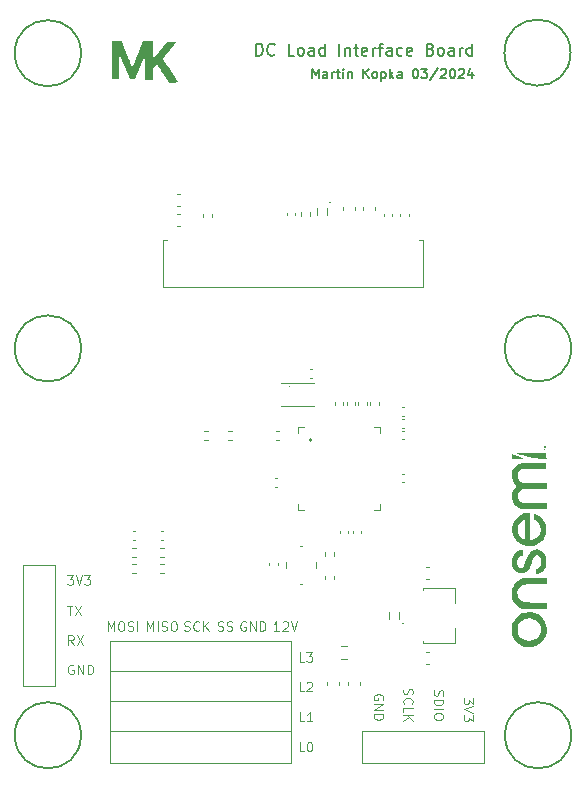
<source format=gbr>
%TF.GenerationSoftware,KiCad,Pcbnew,8.0.1*%
%TF.CreationDate,2024-04-03T11:04:11+02:00*%
%TF.ProjectId,dcload-interface-board,64636c6f-6164-42d6-996e-746572666163,rev?*%
%TF.SameCoordinates,Original*%
%TF.FileFunction,Legend,Top*%
%TF.FilePolarity,Positive*%
%FSLAX46Y46*%
G04 Gerber Fmt 4.6, Leading zero omitted, Abs format (unit mm)*
G04 Created by KiCad (PCBNEW 8.0.1) date 2024-04-03 11:04:11*
%MOMM*%
%LPD*%
G01*
G04 APERTURE LIST*
%ADD10C,0.150000*%
%ADD11C,0.120000*%
%ADD12C,0.160000*%
%ADD13C,0.000000*%
%ADD14C,0.100000*%
G04 APERTURE END LIST*
D10*
X106050000Y-53250000D02*
G75*
G02*
X100450000Y-53250000I-2800000J0D01*
G01*
X100450000Y-53250000D02*
G75*
G02*
X106050000Y-53250000I2800000J0D01*
G01*
X106050000Y-78250000D02*
G75*
G02*
X100450000Y-78250000I-2800000J0D01*
G01*
X100450000Y-78250000D02*
G75*
G02*
X106050000Y-78250000I2800000J0D01*
G01*
X106050000Y-111000000D02*
G75*
G02*
X100450000Y-111000000I-2800000J0D01*
G01*
X100450000Y-111000000D02*
G75*
G02*
X106050000Y-111000000I2800000J0D01*
G01*
X147550000Y-78250000D02*
G75*
G02*
X141950000Y-78250000I-2800000J0D01*
G01*
X141950000Y-78250000D02*
G75*
G02*
X147550000Y-78250000I2800000J0D01*
G01*
X147550000Y-111000000D02*
G75*
G02*
X141950000Y-111000000I-2800000J0D01*
G01*
X141950000Y-111000000D02*
G75*
G02*
X147550000Y-111000000I2800000J0D01*
G01*
X147500000Y-53200000D02*
G75*
G02*
X141900000Y-53200000I-2800000J0D01*
G01*
X141900000Y-53200000D02*
G75*
G02*
X147500000Y-53200000I2800000J0D01*
G01*
X120877503Y-53454819D02*
X120877503Y-52454819D01*
X120877503Y-52454819D02*
X121115598Y-52454819D01*
X121115598Y-52454819D02*
X121258455Y-52502438D01*
X121258455Y-52502438D02*
X121353693Y-52597676D01*
X121353693Y-52597676D02*
X121401312Y-52692914D01*
X121401312Y-52692914D02*
X121448931Y-52883390D01*
X121448931Y-52883390D02*
X121448931Y-53026247D01*
X121448931Y-53026247D02*
X121401312Y-53216723D01*
X121401312Y-53216723D02*
X121353693Y-53311961D01*
X121353693Y-53311961D02*
X121258455Y-53407200D01*
X121258455Y-53407200D02*
X121115598Y-53454819D01*
X121115598Y-53454819D02*
X120877503Y-53454819D01*
X122448931Y-53359580D02*
X122401312Y-53407200D01*
X122401312Y-53407200D02*
X122258455Y-53454819D01*
X122258455Y-53454819D02*
X122163217Y-53454819D01*
X122163217Y-53454819D02*
X122020360Y-53407200D01*
X122020360Y-53407200D02*
X121925122Y-53311961D01*
X121925122Y-53311961D02*
X121877503Y-53216723D01*
X121877503Y-53216723D02*
X121829884Y-53026247D01*
X121829884Y-53026247D02*
X121829884Y-52883390D01*
X121829884Y-52883390D02*
X121877503Y-52692914D01*
X121877503Y-52692914D02*
X121925122Y-52597676D01*
X121925122Y-52597676D02*
X122020360Y-52502438D01*
X122020360Y-52502438D02*
X122163217Y-52454819D01*
X122163217Y-52454819D02*
X122258455Y-52454819D01*
X122258455Y-52454819D02*
X122401312Y-52502438D01*
X122401312Y-52502438D02*
X122448931Y-52550057D01*
X124115598Y-53454819D02*
X123639408Y-53454819D01*
X123639408Y-53454819D02*
X123639408Y-52454819D01*
X124591789Y-53454819D02*
X124496551Y-53407200D01*
X124496551Y-53407200D02*
X124448932Y-53359580D01*
X124448932Y-53359580D02*
X124401313Y-53264342D01*
X124401313Y-53264342D02*
X124401313Y-52978628D01*
X124401313Y-52978628D02*
X124448932Y-52883390D01*
X124448932Y-52883390D02*
X124496551Y-52835771D01*
X124496551Y-52835771D02*
X124591789Y-52788152D01*
X124591789Y-52788152D02*
X124734646Y-52788152D01*
X124734646Y-52788152D02*
X124829884Y-52835771D01*
X124829884Y-52835771D02*
X124877503Y-52883390D01*
X124877503Y-52883390D02*
X124925122Y-52978628D01*
X124925122Y-52978628D02*
X124925122Y-53264342D01*
X124925122Y-53264342D02*
X124877503Y-53359580D01*
X124877503Y-53359580D02*
X124829884Y-53407200D01*
X124829884Y-53407200D02*
X124734646Y-53454819D01*
X124734646Y-53454819D02*
X124591789Y-53454819D01*
X125782265Y-53454819D02*
X125782265Y-52931009D01*
X125782265Y-52931009D02*
X125734646Y-52835771D01*
X125734646Y-52835771D02*
X125639408Y-52788152D01*
X125639408Y-52788152D02*
X125448932Y-52788152D01*
X125448932Y-52788152D02*
X125353694Y-52835771D01*
X125782265Y-53407200D02*
X125687027Y-53454819D01*
X125687027Y-53454819D02*
X125448932Y-53454819D01*
X125448932Y-53454819D02*
X125353694Y-53407200D01*
X125353694Y-53407200D02*
X125306075Y-53311961D01*
X125306075Y-53311961D02*
X125306075Y-53216723D01*
X125306075Y-53216723D02*
X125353694Y-53121485D01*
X125353694Y-53121485D02*
X125448932Y-53073866D01*
X125448932Y-53073866D02*
X125687027Y-53073866D01*
X125687027Y-53073866D02*
X125782265Y-53026247D01*
X126687027Y-53454819D02*
X126687027Y-52454819D01*
X126687027Y-53407200D02*
X126591789Y-53454819D01*
X126591789Y-53454819D02*
X126401313Y-53454819D01*
X126401313Y-53454819D02*
X126306075Y-53407200D01*
X126306075Y-53407200D02*
X126258456Y-53359580D01*
X126258456Y-53359580D02*
X126210837Y-53264342D01*
X126210837Y-53264342D02*
X126210837Y-52978628D01*
X126210837Y-52978628D02*
X126258456Y-52883390D01*
X126258456Y-52883390D02*
X126306075Y-52835771D01*
X126306075Y-52835771D02*
X126401313Y-52788152D01*
X126401313Y-52788152D02*
X126591789Y-52788152D01*
X126591789Y-52788152D02*
X126687027Y-52835771D01*
X127925123Y-53454819D02*
X127925123Y-52454819D01*
X128401313Y-52788152D02*
X128401313Y-53454819D01*
X128401313Y-52883390D02*
X128448932Y-52835771D01*
X128448932Y-52835771D02*
X128544170Y-52788152D01*
X128544170Y-52788152D02*
X128687027Y-52788152D01*
X128687027Y-52788152D02*
X128782265Y-52835771D01*
X128782265Y-52835771D02*
X128829884Y-52931009D01*
X128829884Y-52931009D02*
X128829884Y-53454819D01*
X129163218Y-52788152D02*
X129544170Y-52788152D01*
X129306075Y-52454819D02*
X129306075Y-53311961D01*
X129306075Y-53311961D02*
X129353694Y-53407200D01*
X129353694Y-53407200D02*
X129448932Y-53454819D01*
X129448932Y-53454819D02*
X129544170Y-53454819D01*
X130258456Y-53407200D02*
X130163218Y-53454819D01*
X130163218Y-53454819D02*
X129972742Y-53454819D01*
X129972742Y-53454819D02*
X129877504Y-53407200D01*
X129877504Y-53407200D02*
X129829885Y-53311961D01*
X129829885Y-53311961D02*
X129829885Y-52931009D01*
X129829885Y-52931009D02*
X129877504Y-52835771D01*
X129877504Y-52835771D02*
X129972742Y-52788152D01*
X129972742Y-52788152D02*
X130163218Y-52788152D01*
X130163218Y-52788152D02*
X130258456Y-52835771D01*
X130258456Y-52835771D02*
X130306075Y-52931009D01*
X130306075Y-52931009D02*
X130306075Y-53026247D01*
X130306075Y-53026247D02*
X129829885Y-53121485D01*
X130734647Y-53454819D02*
X130734647Y-52788152D01*
X130734647Y-52978628D02*
X130782266Y-52883390D01*
X130782266Y-52883390D02*
X130829885Y-52835771D01*
X130829885Y-52835771D02*
X130925123Y-52788152D01*
X130925123Y-52788152D02*
X131020361Y-52788152D01*
X131210838Y-52788152D02*
X131591790Y-52788152D01*
X131353695Y-53454819D02*
X131353695Y-52597676D01*
X131353695Y-52597676D02*
X131401314Y-52502438D01*
X131401314Y-52502438D02*
X131496552Y-52454819D01*
X131496552Y-52454819D02*
X131591790Y-52454819D01*
X132353695Y-53454819D02*
X132353695Y-52931009D01*
X132353695Y-52931009D02*
X132306076Y-52835771D01*
X132306076Y-52835771D02*
X132210838Y-52788152D01*
X132210838Y-52788152D02*
X132020362Y-52788152D01*
X132020362Y-52788152D02*
X131925124Y-52835771D01*
X132353695Y-53407200D02*
X132258457Y-53454819D01*
X132258457Y-53454819D02*
X132020362Y-53454819D01*
X132020362Y-53454819D02*
X131925124Y-53407200D01*
X131925124Y-53407200D02*
X131877505Y-53311961D01*
X131877505Y-53311961D02*
X131877505Y-53216723D01*
X131877505Y-53216723D02*
X131925124Y-53121485D01*
X131925124Y-53121485D02*
X132020362Y-53073866D01*
X132020362Y-53073866D02*
X132258457Y-53073866D01*
X132258457Y-53073866D02*
X132353695Y-53026247D01*
X133258457Y-53407200D02*
X133163219Y-53454819D01*
X133163219Y-53454819D02*
X132972743Y-53454819D01*
X132972743Y-53454819D02*
X132877505Y-53407200D01*
X132877505Y-53407200D02*
X132829886Y-53359580D01*
X132829886Y-53359580D02*
X132782267Y-53264342D01*
X132782267Y-53264342D02*
X132782267Y-52978628D01*
X132782267Y-52978628D02*
X132829886Y-52883390D01*
X132829886Y-52883390D02*
X132877505Y-52835771D01*
X132877505Y-52835771D02*
X132972743Y-52788152D01*
X132972743Y-52788152D02*
X133163219Y-52788152D01*
X133163219Y-52788152D02*
X133258457Y-52835771D01*
X134067981Y-53407200D02*
X133972743Y-53454819D01*
X133972743Y-53454819D02*
X133782267Y-53454819D01*
X133782267Y-53454819D02*
X133687029Y-53407200D01*
X133687029Y-53407200D02*
X133639410Y-53311961D01*
X133639410Y-53311961D02*
X133639410Y-52931009D01*
X133639410Y-52931009D02*
X133687029Y-52835771D01*
X133687029Y-52835771D02*
X133782267Y-52788152D01*
X133782267Y-52788152D02*
X133972743Y-52788152D01*
X133972743Y-52788152D02*
X134067981Y-52835771D01*
X134067981Y-52835771D02*
X134115600Y-52931009D01*
X134115600Y-52931009D02*
X134115600Y-53026247D01*
X134115600Y-53026247D02*
X133639410Y-53121485D01*
X135639410Y-52931009D02*
X135782267Y-52978628D01*
X135782267Y-52978628D02*
X135829886Y-53026247D01*
X135829886Y-53026247D02*
X135877505Y-53121485D01*
X135877505Y-53121485D02*
X135877505Y-53264342D01*
X135877505Y-53264342D02*
X135829886Y-53359580D01*
X135829886Y-53359580D02*
X135782267Y-53407200D01*
X135782267Y-53407200D02*
X135687029Y-53454819D01*
X135687029Y-53454819D02*
X135306077Y-53454819D01*
X135306077Y-53454819D02*
X135306077Y-52454819D01*
X135306077Y-52454819D02*
X135639410Y-52454819D01*
X135639410Y-52454819D02*
X135734648Y-52502438D01*
X135734648Y-52502438D02*
X135782267Y-52550057D01*
X135782267Y-52550057D02*
X135829886Y-52645295D01*
X135829886Y-52645295D02*
X135829886Y-52740533D01*
X135829886Y-52740533D02*
X135782267Y-52835771D01*
X135782267Y-52835771D02*
X135734648Y-52883390D01*
X135734648Y-52883390D02*
X135639410Y-52931009D01*
X135639410Y-52931009D02*
X135306077Y-52931009D01*
X136448934Y-53454819D02*
X136353696Y-53407200D01*
X136353696Y-53407200D02*
X136306077Y-53359580D01*
X136306077Y-53359580D02*
X136258458Y-53264342D01*
X136258458Y-53264342D02*
X136258458Y-52978628D01*
X136258458Y-52978628D02*
X136306077Y-52883390D01*
X136306077Y-52883390D02*
X136353696Y-52835771D01*
X136353696Y-52835771D02*
X136448934Y-52788152D01*
X136448934Y-52788152D02*
X136591791Y-52788152D01*
X136591791Y-52788152D02*
X136687029Y-52835771D01*
X136687029Y-52835771D02*
X136734648Y-52883390D01*
X136734648Y-52883390D02*
X136782267Y-52978628D01*
X136782267Y-52978628D02*
X136782267Y-53264342D01*
X136782267Y-53264342D02*
X136734648Y-53359580D01*
X136734648Y-53359580D02*
X136687029Y-53407200D01*
X136687029Y-53407200D02*
X136591791Y-53454819D01*
X136591791Y-53454819D02*
X136448934Y-53454819D01*
X137639410Y-53454819D02*
X137639410Y-52931009D01*
X137639410Y-52931009D02*
X137591791Y-52835771D01*
X137591791Y-52835771D02*
X137496553Y-52788152D01*
X137496553Y-52788152D02*
X137306077Y-52788152D01*
X137306077Y-52788152D02*
X137210839Y-52835771D01*
X137639410Y-53407200D02*
X137544172Y-53454819D01*
X137544172Y-53454819D02*
X137306077Y-53454819D01*
X137306077Y-53454819D02*
X137210839Y-53407200D01*
X137210839Y-53407200D02*
X137163220Y-53311961D01*
X137163220Y-53311961D02*
X137163220Y-53216723D01*
X137163220Y-53216723D02*
X137210839Y-53121485D01*
X137210839Y-53121485D02*
X137306077Y-53073866D01*
X137306077Y-53073866D02*
X137544172Y-53073866D01*
X137544172Y-53073866D02*
X137639410Y-53026247D01*
X138115601Y-53454819D02*
X138115601Y-52788152D01*
X138115601Y-52978628D02*
X138163220Y-52883390D01*
X138163220Y-52883390D02*
X138210839Y-52835771D01*
X138210839Y-52835771D02*
X138306077Y-52788152D01*
X138306077Y-52788152D02*
X138401315Y-52788152D01*
X139163220Y-53454819D02*
X139163220Y-52454819D01*
X139163220Y-53407200D02*
X139067982Y-53454819D01*
X139067982Y-53454819D02*
X138877506Y-53454819D01*
X138877506Y-53454819D02*
X138782268Y-53407200D01*
X138782268Y-53407200D02*
X138734649Y-53359580D01*
X138734649Y-53359580D02*
X138687030Y-53264342D01*
X138687030Y-53264342D02*
X138687030Y-52978628D01*
X138687030Y-52978628D02*
X138734649Y-52883390D01*
X138734649Y-52883390D02*
X138782268Y-52835771D01*
X138782268Y-52835771D02*
X138877506Y-52788152D01*
X138877506Y-52788152D02*
X139067982Y-52788152D01*
X139067982Y-52788152D02*
X139163220Y-52835771D01*
D11*
X104893232Y-97443855D02*
X105388470Y-97443855D01*
X105388470Y-97443855D02*
X105121804Y-97748617D01*
X105121804Y-97748617D02*
X105236089Y-97748617D01*
X105236089Y-97748617D02*
X105312280Y-97786712D01*
X105312280Y-97786712D02*
X105350375Y-97824807D01*
X105350375Y-97824807D02*
X105388470Y-97900998D01*
X105388470Y-97900998D02*
X105388470Y-98091474D01*
X105388470Y-98091474D02*
X105350375Y-98167664D01*
X105350375Y-98167664D02*
X105312280Y-98205760D01*
X105312280Y-98205760D02*
X105236089Y-98243855D01*
X105236089Y-98243855D02*
X105007518Y-98243855D01*
X105007518Y-98243855D02*
X104931327Y-98205760D01*
X104931327Y-98205760D02*
X104893232Y-98167664D01*
X105617042Y-97443855D02*
X105883709Y-98243855D01*
X105883709Y-98243855D02*
X106150375Y-97443855D01*
X106340851Y-97443855D02*
X106836089Y-97443855D01*
X106836089Y-97443855D02*
X106569423Y-97748617D01*
X106569423Y-97748617D02*
X106683708Y-97748617D01*
X106683708Y-97748617D02*
X106759899Y-97786712D01*
X106759899Y-97786712D02*
X106797994Y-97824807D01*
X106797994Y-97824807D02*
X106836089Y-97900998D01*
X106836089Y-97900998D02*
X106836089Y-98091474D01*
X106836089Y-98091474D02*
X106797994Y-98167664D01*
X106797994Y-98167664D02*
X106759899Y-98205760D01*
X106759899Y-98205760D02*
X106683708Y-98243855D01*
X106683708Y-98243855D02*
X106455137Y-98243855D01*
X106455137Y-98243855D02*
X106378946Y-98205760D01*
X106378946Y-98205760D02*
X106340851Y-98167664D01*
X105388470Y-105081950D02*
X105312280Y-105043855D01*
X105312280Y-105043855D02*
X105197994Y-105043855D01*
X105197994Y-105043855D02*
X105083708Y-105081950D01*
X105083708Y-105081950D02*
X105007518Y-105158140D01*
X105007518Y-105158140D02*
X104969423Y-105234331D01*
X104969423Y-105234331D02*
X104931327Y-105386712D01*
X104931327Y-105386712D02*
X104931327Y-105500998D01*
X104931327Y-105500998D02*
X104969423Y-105653379D01*
X104969423Y-105653379D02*
X105007518Y-105729569D01*
X105007518Y-105729569D02*
X105083708Y-105805760D01*
X105083708Y-105805760D02*
X105197994Y-105843855D01*
X105197994Y-105843855D02*
X105274185Y-105843855D01*
X105274185Y-105843855D02*
X105388470Y-105805760D01*
X105388470Y-105805760D02*
X105426566Y-105767664D01*
X105426566Y-105767664D02*
X105426566Y-105500998D01*
X105426566Y-105500998D02*
X105274185Y-105500998D01*
X105769423Y-105843855D02*
X105769423Y-105043855D01*
X105769423Y-105043855D02*
X106226566Y-105843855D01*
X106226566Y-105843855D02*
X106226566Y-105043855D01*
X106607518Y-105843855D02*
X106607518Y-105043855D01*
X106607518Y-105043855D02*
X106797994Y-105043855D01*
X106797994Y-105043855D02*
X106912280Y-105081950D01*
X106912280Y-105081950D02*
X106988470Y-105158140D01*
X106988470Y-105158140D02*
X107026565Y-105234331D01*
X107026565Y-105234331D02*
X107064661Y-105386712D01*
X107064661Y-105386712D02*
X107064661Y-105500998D01*
X107064661Y-105500998D02*
X107026565Y-105653379D01*
X107026565Y-105653379D02*
X106988470Y-105729569D01*
X106988470Y-105729569D02*
X106912280Y-105805760D01*
X106912280Y-105805760D02*
X106797994Y-105843855D01*
X106797994Y-105843855D02*
X106607518Y-105843855D01*
X111616291Y-102163855D02*
X111616291Y-101363855D01*
X111616291Y-101363855D02*
X111882957Y-101935283D01*
X111882957Y-101935283D02*
X112149624Y-101363855D01*
X112149624Y-101363855D02*
X112149624Y-102163855D01*
X112530577Y-102163855D02*
X112530577Y-101363855D01*
X112873433Y-102125760D02*
X112987719Y-102163855D01*
X112987719Y-102163855D02*
X113178195Y-102163855D01*
X113178195Y-102163855D02*
X113254386Y-102125760D01*
X113254386Y-102125760D02*
X113292481Y-102087664D01*
X113292481Y-102087664D02*
X113330576Y-102011474D01*
X113330576Y-102011474D02*
X113330576Y-101935283D01*
X113330576Y-101935283D02*
X113292481Y-101859093D01*
X113292481Y-101859093D02*
X113254386Y-101820998D01*
X113254386Y-101820998D02*
X113178195Y-101782902D01*
X113178195Y-101782902D02*
X113025814Y-101744807D01*
X113025814Y-101744807D02*
X112949624Y-101706712D01*
X112949624Y-101706712D02*
X112911529Y-101668617D01*
X112911529Y-101668617D02*
X112873433Y-101592426D01*
X112873433Y-101592426D02*
X112873433Y-101516236D01*
X112873433Y-101516236D02*
X112911529Y-101440045D01*
X112911529Y-101440045D02*
X112949624Y-101401950D01*
X112949624Y-101401950D02*
X113025814Y-101363855D01*
X113025814Y-101363855D02*
X113216291Y-101363855D01*
X113216291Y-101363855D02*
X113330576Y-101401950D01*
X113825815Y-101363855D02*
X113978196Y-101363855D01*
X113978196Y-101363855D02*
X114054386Y-101401950D01*
X114054386Y-101401950D02*
X114130577Y-101478140D01*
X114130577Y-101478140D02*
X114168672Y-101630521D01*
X114168672Y-101630521D02*
X114168672Y-101897188D01*
X114168672Y-101897188D02*
X114130577Y-102049569D01*
X114130577Y-102049569D02*
X114054386Y-102125760D01*
X114054386Y-102125760D02*
X113978196Y-102163855D01*
X113978196Y-102163855D02*
X113825815Y-102163855D01*
X113825815Y-102163855D02*
X113749624Y-102125760D01*
X113749624Y-102125760D02*
X113673434Y-102049569D01*
X113673434Y-102049569D02*
X113635338Y-101897188D01*
X113635338Y-101897188D02*
X113635338Y-101630521D01*
X113635338Y-101630521D02*
X113673434Y-101478140D01*
X113673434Y-101478140D02*
X113749624Y-101401950D01*
X113749624Y-101401950D02*
X113825815Y-101363855D01*
X131598049Y-107992481D02*
X131636144Y-107916291D01*
X131636144Y-107916291D02*
X131636144Y-107802005D01*
X131636144Y-107802005D02*
X131598049Y-107687719D01*
X131598049Y-107687719D02*
X131521859Y-107611529D01*
X131521859Y-107611529D02*
X131445668Y-107573434D01*
X131445668Y-107573434D02*
X131293287Y-107535338D01*
X131293287Y-107535338D02*
X131179001Y-107535338D01*
X131179001Y-107535338D02*
X131026620Y-107573434D01*
X131026620Y-107573434D02*
X130950430Y-107611529D01*
X130950430Y-107611529D02*
X130874240Y-107687719D01*
X130874240Y-107687719D02*
X130836144Y-107802005D01*
X130836144Y-107802005D02*
X130836144Y-107878196D01*
X130836144Y-107878196D02*
X130874240Y-107992481D01*
X130874240Y-107992481D02*
X130912335Y-108030577D01*
X130912335Y-108030577D02*
X131179001Y-108030577D01*
X131179001Y-108030577D02*
X131179001Y-107878196D01*
X130836144Y-108373434D02*
X131636144Y-108373434D01*
X131636144Y-108373434D02*
X130836144Y-108830577D01*
X130836144Y-108830577D02*
X131636144Y-108830577D01*
X130836144Y-109211529D02*
X131636144Y-109211529D01*
X131636144Y-109211529D02*
X131636144Y-109402005D01*
X131636144Y-109402005D02*
X131598049Y-109516291D01*
X131598049Y-109516291D02*
X131521859Y-109592481D01*
X131521859Y-109592481D02*
X131445668Y-109630576D01*
X131445668Y-109630576D02*
X131293287Y-109668672D01*
X131293287Y-109668672D02*
X131179001Y-109668672D01*
X131179001Y-109668672D02*
X131026620Y-109630576D01*
X131026620Y-109630576D02*
X130950430Y-109592481D01*
X130950430Y-109592481D02*
X130874240Y-109516291D01*
X130874240Y-109516291D02*
X130836144Y-109402005D01*
X130836144Y-109402005D02*
X130836144Y-109211529D01*
X108316291Y-102163855D02*
X108316291Y-101363855D01*
X108316291Y-101363855D02*
X108582957Y-101935283D01*
X108582957Y-101935283D02*
X108849624Y-101363855D01*
X108849624Y-101363855D02*
X108849624Y-102163855D01*
X109382958Y-101363855D02*
X109535339Y-101363855D01*
X109535339Y-101363855D02*
X109611529Y-101401950D01*
X109611529Y-101401950D02*
X109687720Y-101478140D01*
X109687720Y-101478140D02*
X109725815Y-101630521D01*
X109725815Y-101630521D02*
X109725815Y-101897188D01*
X109725815Y-101897188D02*
X109687720Y-102049569D01*
X109687720Y-102049569D02*
X109611529Y-102125760D01*
X109611529Y-102125760D02*
X109535339Y-102163855D01*
X109535339Y-102163855D02*
X109382958Y-102163855D01*
X109382958Y-102163855D02*
X109306767Y-102125760D01*
X109306767Y-102125760D02*
X109230577Y-102049569D01*
X109230577Y-102049569D02*
X109192481Y-101897188D01*
X109192481Y-101897188D02*
X109192481Y-101630521D01*
X109192481Y-101630521D02*
X109230577Y-101478140D01*
X109230577Y-101478140D02*
X109306767Y-101401950D01*
X109306767Y-101401950D02*
X109382958Y-101363855D01*
X110030576Y-102125760D02*
X110144862Y-102163855D01*
X110144862Y-102163855D02*
X110335338Y-102163855D01*
X110335338Y-102163855D02*
X110411529Y-102125760D01*
X110411529Y-102125760D02*
X110449624Y-102087664D01*
X110449624Y-102087664D02*
X110487719Y-102011474D01*
X110487719Y-102011474D02*
X110487719Y-101935283D01*
X110487719Y-101935283D02*
X110449624Y-101859093D01*
X110449624Y-101859093D02*
X110411529Y-101820998D01*
X110411529Y-101820998D02*
X110335338Y-101782902D01*
X110335338Y-101782902D02*
X110182957Y-101744807D01*
X110182957Y-101744807D02*
X110106767Y-101706712D01*
X110106767Y-101706712D02*
X110068672Y-101668617D01*
X110068672Y-101668617D02*
X110030576Y-101592426D01*
X110030576Y-101592426D02*
X110030576Y-101516236D01*
X110030576Y-101516236D02*
X110068672Y-101440045D01*
X110068672Y-101440045D02*
X110106767Y-101401950D01*
X110106767Y-101401950D02*
X110182957Y-101363855D01*
X110182957Y-101363855D02*
X110373434Y-101363855D01*
X110373434Y-101363855D02*
X110487719Y-101401950D01*
X110830577Y-102163855D02*
X110830577Y-101363855D01*
X135974240Y-107192481D02*
X135936144Y-107306767D01*
X135936144Y-107306767D02*
X135936144Y-107497243D01*
X135936144Y-107497243D02*
X135974240Y-107573434D01*
X135974240Y-107573434D02*
X136012335Y-107611529D01*
X136012335Y-107611529D02*
X136088525Y-107649624D01*
X136088525Y-107649624D02*
X136164716Y-107649624D01*
X136164716Y-107649624D02*
X136240906Y-107611529D01*
X136240906Y-107611529D02*
X136279001Y-107573434D01*
X136279001Y-107573434D02*
X136317097Y-107497243D01*
X136317097Y-107497243D02*
X136355192Y-107344862D01*
X136355192Y-107344862D02*
X136393287Y-107268672D01*
X136393287Y-107268672D02*
X136431382Y-107230577D01*
X136431382Y-107230577D02*
X136507573Y-107192481D01*
X136507573Y-107192481D02*
X136583763Y-107192481D01*
X136583763Y-107192481D02*
X136659954Y-107230577D01*
X136659954Y-107230577D02*
X136698049Y-107268672D01*
X136698049Y-107268672D02*
X136736144Y-107344862D01*
X136736144Y-107344862D02*
X136736144Y-107535339D01*
X136736144Y-107535339D02*
X136698049Y-107649624D01*
X135936144Y-107992482D02*
X136736144Y-107992482D01*
X136736144Y-107992482D02*
X136736144Y-108182958D01*
X136736144Y-108182958D02*
X136698049Y-108297244D01*
X136698049Y-108297244D02*
X136621859Y-108373434D01*
X136621859Y-108373434D02*
X136545668Y-108411529D01*
X136545668Y-108411529D02*
X136393287Y-108449625D01*
X136393287Y-108449625D02*
X136279001Y-108449625D01*
X136279001Y-108449625D02*
X136126620Y-108411529D01*
X136126620Y-108411529D02*
X136050430Y-108373434D01*
X136050430Y-108373434D02*
X135974240Y-108297244D01*
X135974240Y-108297244D02*
X135936144Y-108182958D01*
X135936144Y-108182958D02*
X135936144Y-107992482D01*
X135936144Y-108792482D02*
X136736144Y-108792482D01*
X136736144Y-109325815D02*
X136736144Y-109478196D01*
X136736144Y-109478196D02*
X136698049Y-109554386D01*
X136698049Y-109554386D02*
X136621859Y-109630577D01*
X136621859Y-109630577D02*
X136469478Y-109668672D01*
X136469478Y-109668672D02*
X136202811Y-109668672D01*
X136202811Y-109668672D02*
X136050430Y-109630577D01*
X136050430Y-109630577D02*
X135974240Y-109554386D01*
X135974240Y-109554386D02*
X135936144Y-109478196D01*
X135936144Y-109478196D02*
X135936144Y-109325815D01*
X135936144Y-109325815D02*
X135974240Y-109249624D01*
X135974240Y-109249624D02*
X136050430Y-109173434D01*
X136050430Y-109173434D02*
X136202811Y-109135338D01*
X136202811Y-109135338D02*
X136469478Y-109135338D01*
X136469478Y-109135338D02*
X136621859Y-109173434D01*
X136621859Y-109173434D02*
X136698049Y-109249624D01*
X136698049Y-109249624D02*
X136736144Y-109325815D01*
X119992481Y-101401950D02*
X119916291Y-101363855D01*
X119916291Y-101363855D02*
X119802005Y-101363855D01*
X119802005Y-101363855D02*
X119687719Y-101401950D01*
X119687719Y-101401950D02*
X119611529Y-101478140D01*
X119611529Y-101478140D02*
X119573434Y-101554331D01*
X119573434Y-101554331D02*
X119535338Y-101706712D01*
X119535338Y-101706712D02*
X119535338Y-101820998D01*
X119535338Y-101820998D02*
X119573434Y-101973379D01*
X119573434Y-101973379D02*
X119611529Y-102049569D01*
X119611529Y-102049569D02*
X119687719Y-102125760D01*
X119687719Y-102125760D02*
X119802005Y-102163855D01*
X119802005Y-102163855D02*
X119878196Y-102163855D01*
X119878196Y-102163855D02*
X119992481Y-102125760D01*
X119992481Y-102125760D02*
X120030577Y-102087664D01*
X120030577Y-102087664D02*
X120030577Y-101820998D01*
X120030577Y-101820998D02*
X119878196Y-101820998D01*
X120373434Y-102163855D02*
X120373434Y-101363855D01*
X120373434Y-101363855D02*
X120830577Y-102163855D01*
X120830577Y-102163855D02*
X120830577Y-101363855D01*
X121211529Y-102163855D02*
X121211529Y-101363855D01*
X121211529Y-101363855D02*
X121402005Y-101363855D01*
X121402005Y-101363855D02*
X121516291Y-101401950D01*
X121516291Y-101401950D02*
X121592481Y-101478140D01*
X121592481Y-101478140D02*
X121630576Y-101554331D01*
X121630576Y-101554331D02*
X121668672Y-101706712D01*
X121668672Y-101706712D02*
X121668672Y-101820998D01*
X121668672Y-101820998D02*
X121630576Y-101973379D01*
X121630576Y-101973379D02*
X121592481Y-102049569D01*
X121592481Y-102049569D02*
X121516291Y-102125760D01*
X121516291Y-102125760D02*
X121402005Y-102163855D01*
X121402005Y-102163855D02*
X121211529Y-102163855D01*
X124950375Y-107263855D02*
X124569423Y-107263855D01*
X124569423Y-107263855D02*
X124569423Y-106463855D01*
X125178946Y-106540045D02*
X125217042Y-106501950D01*
X125217042Y-106501950D02*
X125293232Y-106463855D01*
X125293232Y-106463855D02*
X125483708Y-106463855D01*
X125483708Y-106463855D02*
X125559899Y-106501950D01*
X125559899Y-106501950D02*
X125597994Y-106540045D01*
X125597994Y-106540045D02*
X125636089Y-106616236D01*
X125636089Y-106616236D02*
X125636089Y-106692426D01*
X125636089Y-106692426D02*
X125597994Y-106806712D01*
X125597994Y-106806712D02*
X125140851Y-107263855D01*
X125140851Y-107263855D02*
X125636089Y-107263855D01*
X105426566Y-103343855D02*
X105159899Y-102962902D01*
X104969423Y-103343855D02*
X104969423Y-102543855D01*
X104969423Y-102543855D02*
X105274185Y-102543855D01*
X105274185Y-102543855D02*
X105350375Y-102581950D01*
X105350375Y-102581950D02*
X105388470Y-102620045D01*
X105388470Y-102620045D02*
X105426566Y-102696236D01*
X105426566Y-102696236D02*
X105426566Y-102810521D01*
X105426566Y-102810521D02*
X105388470Y-102886712D01*
X105388470Y-102886712D02*
X105350375Y-102924807D01*
X105350375Y-102924807D02*
X105274185Y-102962902D01*
X105274185Y-102962902D02*
X104969423Y-102962902D01*
X105693232Y-102543855D02*
X106226566Y-103343855D01*
X106226566Y-102543855D02*
X105693232Y-103343855D01*
X139236144Y-107825814D02*
X139236144Y-108321052D01*
X139236144Y-108321052D02*
X138931382Y-108054386D01*
X138931382Y-108054386D02*
X138931382Y-108168671D01*
X138931382Y-108168671D02*
X138893287Y-108244862D01*
X138893287Y-108244862D02*
X138855192Y-108282957D01*
X138855192Y-108282957D02*
X138779001Y-108321052D01*
X138779001Y-108321052D02*
X138588525Y-108321052D01*
X138588525Y-108321052D02*
X138512335Y-108282957D01*
X138512335Y-108282957D02*
X138474240Y-108244862D01*
X138474240Y-108244862D02*
X138436144Y-108168671D01*
X138436144Y-108168671D02*
X138436144Y-107940100D01*
X138436144Y-107940100D02*
X138474240Y-107863909D01*
X138474240Y-107863909D02*
X138512335Y-107825814D01*
X139236144Y-108549624D02*
X138436144Y-108816291D01*
X138436144Y-108816291D02*
X139236144Y-109082957D01*
X139236144Y-109273433D02*
X139236144Y-109768671D01*
X139236144Y-109768671D02*
X138931382Y-109502005D01*
X138931382Y-109502005D02*
X138931382Y-109616290D01*
X138931382Y-109616290D02*
X138893287Y-109692481D01*
X138893287Y-109692481D02*
X138855192Y-109730576D01*
X138855192Y-109730576D02*
X138779001Y-109768671D01*
X138779001Y-109768671D02*
X138588525Y-109768671D01*
X138588525Y-109768671D02*
X138512335Y-109730576D01*
X138512335Y-109730576D02*
X138474240Y-109692481D01*
X138474240Y-109692481D02*
X138436144Y-109616290D01*
X138436144Y-109616290D02*
X138436144Y-109387719D01*
X138436144Y-109387719D02*
X138474240Y-109311528D01*
X138474240Y-109311528D02*
X138512335Y-109273433D01*
X124950375Y-112363855D02*
X124569423Y-112363855D01*
X124569423Y-112363855D02*
X124569423Y-111563855D01*
X125369423Y-111563855D02*
X125445613Y-111563855D01*
X125445613Y-111563855D02*
X125521804Y-111601950D01*
X125521804Y-111601950D02*
X125559899Y-111640045D01*
X125559899Y-111640045D02*
X125597994Y-111716236D01*
X125597994Y-111716236D02*
X125636089Y-111868617D01*
X125636089Y-111868617D02*
X125636089Y-112059093D01*
X125636089Y-112059093D02*
X125597994Y-112211474D01*
X125597994Y-112211474D02*
X125559899Y-112287664D01*
X125559899Y-112287664D02*
X125521804Y-112325760D01*
X125521804Y-112325760D02*
X125445613Y-112363855D01*
X125445613Y-112363855D02*
X125369423Y-112363855D01*
X125369423Y-112363855D02*
X125293232Y-112325760D01*
X125293232Y-112325760D02*
X125255137Y-112287664D01*
X125255137Y-112287664D02*
X125217042Y-112211474D01*
X125217042Y-112211474D02*
X125178946Y-112059093D01*
X125178946Y-112059093D02*
X125178946Y-111868617D01*
X125178946Y-111868617D02*
X125217042Y-111716236D01*
X125217042Y-111716236D02*
X125255137Y-111640045D01*
X125255137Y-111640045D02*
X125293232Y-111601950D01*
X125293232Y-111601950D02*
X125369423Y-111563855D01*
X104855137Y-100043855D02*
X105312280Y-100043855D01*
X105083708Y-100843855D02*
X105083708Y-100043855D01*
X105502756Y-100043855D02*
X106036090Y-100843855D01*
X106036090Y-100043855D02*
X105502756Y-100843855D01*
X114811528Y-102125760D02*
X114925814Y-102163855D01*
X114925814Y-102163855D02*
X115116290Y-102163855D01*
X115116290Y-102163855D02*
X115192481Y-102125760D01*
X115192481Y-102125760D02*
X115230576Y-102087664D01*
X115230576Y-102087664D02*
X115268671Y-102011474D01*
X115268671Y-102011474D02*
X115268671Y-101935283D01*
X115268671Y-101935283D02*
X115230576Y-101859093D01*
X115230576Y-101859093D02*
X115192481Y-101820998D01*
X115192481Y-101820998D02*
X115116290Y-101782902D01*
X115116290Y-101782902D02*
X114963909Y-101744807D01*
X114963909Y-101744807D02*
X114887719Y-101706712D01*
X114887719Y-101706712D02*
X114849624Y-101668617D01*
X114849624Y-101668617D02*
X114811528Y-101592426D01*
X114811528Y-101592426D02*
X114811528Y-101516236D01*
X114811528Y-101516236D02*
X114849624Y-101440045D01*
X114849624Y-101440045D02*
X114887719Y-101401950D01*
X114887719Y-101401950D02*
X114963909Y-101363855D01*
X114963909Y-101363855D02*
X115154386Y-101363855D01*
X115154386Y-101363855D02*
X115268671Y-101401950D01*
X116068672Y-102087664D02*
X116030576Y-102125760D01*
X116030576Y-102125760D02*
X115916291Y-102163855D01*
X115916291Y-102163855D02*
X115840100Y-102163855D01*
X115840100Y-102163855D02*
X115725814Y-102125760D01*
X115725814Y-102125760D02*
X115649624Y-102049569D01*
X115649624Y-102049569D02*
X115611529Y-101973379D01*
X115611529Y-101973379D02*
X115573433Y-101820998D01*
X115573433Y-101820998D02*
X115573433Y-101706712D01*
X115573433Y-101706712D02*
X115611529Y-101554331D01*
X115611529Y-101554331D02*
X115649624Y-101478140D01*
X115649624Y-101478140D02*
X115725814Y-101401950D01*
X115725814Y-101401950D02*
X115840100Y-101363855D01*
X115840100Y-101363855D02*
X115916291Y-101363855D01*
X115916291Y-101363855D02*
X116030576Y-101401950D01*
X116030576Y-101401950D02*
X116068672Y-101440045D01*
X116411529Y-102163855D02*
X116411529Y-101363855D01*
X116868672Y-102163855D02*
X116525814Y-101706712D01*
X116868672Y-101363855D02*
X116411529Y-101820998D01*
D10*
X125648931Y-55362295D02*
X125648931Y-54562295D01*
X125648931Y-54562295D02*
X125915597Y-55133723D01*
X125915597Y-55133723D02*
X126182264Y-54562295D01*
X126182264Y-54562295D02*
X126182264Y-55362295D01*
X126906074Y-55362295D02*
X126906074Y-54943247D01*
X126906074Y-54943247D02*
X126867979Y-54867057D01*
X126867979Y-54867057D02*
X126791788Y-54828961D01*
X126791788Y-54828961D02*
X126639407Y-54828961D01*
X126639407Y-54828961D02*
X126563217Y-54867057D01*
X126906074Y-55324200D02*
X126829883Y-55362295D01*
X126829883Y-55362295D02*
X126639407Y-55362295D01*
X126639407Y-55362295D02*
X126563217Y-55324200D01*
X126563217Y-55324200D02*
X126525121Y-55248009D01*
X126525121Y-55248009D02*
X126525121Y-55171819D01*
X126525121Y-55171819D02*
X126563217Y-55095628D01*
X126563217Y-55095628D02*
X126639407Y-55057533D01*
X126639407Y-55057533D02*
X126829883Y-55057533D01*
X126829883Y-55057533D02*
X126906074Y-55019438D01*
X127287027Y-55362295D02*
X127287027Y-54828961D01*
X127287027Y-54981342D02*
X127325122Y-54905152D01*
X127325122Y-54905152D02*
X127363217Y-54867057D01*
X127363217Y-54867057D02*
X127439408Y-54828961D01*
X127439408Y-54828961D02*
X127515598Y-54828961D01*
X127667979Y-54828961D02*
X127972741Y-54828961D01*
X127782265Y-54562295D02*
X127782265Y-55248009D01*
X127782265Y-55248009D02*
X127820360Y-55324200D01*
X127820360Y-55324200D02*
X127896550Y-55362295D01*
X127896550Y-55362295D02*
X127972741Y-55362295D01*
X128239408Y-55362295D02*
X128239408Y-54828961D01*
X128239408Y-54562295D02*
X128201312Y-54600390D01*
X128201312Y-54600390D02*
X128239408Y-54638485D01*
X128239408Y-54638485D02*
X128277503Y-54600390D01*
X128277503Y-54600390D02*
X128239408Y-54562295D01*
X128239408Y-54562295D02*
X128239408Y-54638485D01*
X128620360Y-54828961D02*
X128620360Y-55362295D01*
X128620360Y-54905152D02*
X128658455Y-54867057D01*
X128658455Y-54867057D02*
X128734645Y-54828961D01*
X128734645Y-54828961D02*
X128848931Y-54828961D01*
X128848931Y-54828961D02*
X128925122Y-54867057D01*
X128925122Y-54867057D02*
X128963217Y-54943247D01*
X128963217Y-54943247D02*
X128963217Y-55362295D01*
X129953694Y-55362295D02*
X129953694Y-54562295D01*
X130410837Y-55362295D02*
X130067979Y-54905152D01*
X130410837Y-54562295D02*
X129953694Y-55019438D01*
X130867979Y-55362295D02*
X130791789Y-55324200D01*
X130791789Y-55324200D02*
X130753694Y-55286104D01*
X130753694Y-55286104D02*
X130715598Y-55209914D01*
X130715598Y-55209914D02*
X130715598Y-54981342D01*
X130715598Y-54981342D02*
X130753694Y-54905152D01*
X130753694Y-54905152D02*
X130791789Y-54867057D01*
X130791789Y-54867057D02*
X130867979Y-54828961D01*
X130867979Y-54828961D02*
X130982265Y-54828961D01*
X130982265Y-54828961D02*
X131058456Y-54867057D01*
X131058456Y-54867057D02*
X131096551Y-54905152D01*
X131096551Y-54905152D02*
X131134646Y-54981342D01*
X131134646Y-54981342D02*
X131134646Y-55209914D01*
X131134646Y-55209914D02*
X131096551Y-55286104D01*
X131096551Y-55286104D02*
X131058456Y-55324200D01*
X131058456Y-55324200D02*
X130982265Y-55362295D01*
X130982265Y-55362295D02*
X130867979Y-55362295D01*
X131477504Y-54828961D02*
X131477504Y-55628961D01*
X131477504Y-54867057D02*
X131553694Y-54828961D01*
X131553694Y-54828961D02*
X131706075Y-54828961D01*
X131706075Y-54828961D02*
X131782266Y-54867057D01*
X131782266Y-54867057D02*
X131820361Y-54905152D01*
X131820361Y-54905152D02*
X131858456Y-54981342D01*
X131858456Y-54981342D02*
X131858456Y-55209914D01*
X131858456Y-55209914D02*
X131820361Y-55286104D01*
X131820361Y-55286104D02*
X131782266Y-55324200D01*
X131782266Y-55324200D02*
X131706075Y-55362295D01*
X131706075Y-55362295D02*
X131553694Y-55362295D01*
X131553694Y-55362295D02*
X131477504Y-55324200D01*
X132201314Y-55362295D02*
X132201314Y-54562295D01*
X132277504Y-55057533D02*
X132506076Y-55362295D01*
X132506076Y-54828961D02*
X132201314Y-55133723D01*
X133191790Y-55362295D02*
X133191790Y-54943247D01*
X133191790Y-54943247D02*
X133153695Y-54867057D01*
X133153695Y-54867057D02*
X133077504Y-54828961D01*
X133077504Y-54828961D02*
X132925123Y-54828961D01*
X132925123Y-54828961D02*
X132848933Y-54867057D01*
X133191790Y-55324200D02*
X133115599Y-55362295D01*
X133115599Y-55362295D02*
X132925123Y-55362295D01*
X132925123Y-55362295D02*
X132848933Y-55324200D01*
X132848933Y-55324200D02*
X132810837Y-55248009D01*
X132810837Y-55248009D02*
X132810837Y-55171819D01*
X132810837Y-55171819D02*
X132848933Y-55095628D01*
X132848933Y-55095628D02*
X132925123Y-55057533D01*
X132925123Y-55057533D02*
X133115599Y-55057533D01*
X133115599Y-55057533D02*
X133191790Y-55019438D01*
X134334648Y-54562295D02*
X134410838Y-54562295D01*
X134410838Y-54562295D02*
X134487029Y-54600390D01*
X134487029Y-54600390D02*
X134525124Y-54638485D01*
X134525124Y-54638485D02*
X134563219Y-54714676D01*
X134563219Y-54714676D02*
X134601314Y-54867057D01*
X134601314Y-54867057D02*
X134601314Y-55057533D01*
X134601314Y-55057533D02*
X134563219Y-55209914D01*
X134563219Y-55209914D02*
X134525124Y-55286104D01*
X134525124Y-55286104D02*
X134487029Y-55324200D01*
X134487029Y-55324200D02*
X134410838Y-55362295D01*
X134410838Y-55362295D02*
X134334648Y-55362295D01*
X134334648Y-55362295D02*
X134258457Y-55324200D01*
X134258457Y-55324200D02*
X134220362Y-55286104D01*
X134220362Y-55286104D02*
X134182267Y-55209914D01*
X134182267Y-55209914D02*
X134144171Y-55057533D01*
X134144171Y-55057533D02*
X134144171Y-54867057D01*
X134144171Y-54867057D02*
X134182267Y-54714676D01*
X134182267Y-54714676D02*
X134220362Y-54638485D01*
X134220362Y-54638485D02*
X134258457Y-54600390D01*
X134258457Y-54600390D02*
X134334648Y-54562295D01*
X134867981Y-54562295D02*
X135363219Y-54562295D01*
X135363219Y-54562295D02*
X135096553Y-54867057D01*
X135096553Y-54867057D02*
X135210838Y-54867057D01*
X135210838Y-54867057D02*
X135287029Y-54905152D01*
X135287029Y-54905152D02*
X135325124Y-54943247D01*
X135325124Y-54943247D02*
X135363219Y-55019438D01*
X135363219Y-55019438D02*
X135363219Y-55209914D01*
X135363219Y-55209914D02*
X135325124Y-55286104D01*
X135325124Y-55286104D02*
X135287029Y-55324200D01*
X135287029Y-55324200D02*
X135210838Y-55362295D01*
X135210838Y-55362295D02*
X134982267Y-55362295D01*
X134982267Y-55362295D02*
X134906076Y-55324200D01*
X134906076Y-55324200D02*
X134867981Y-55286104D01*
X136277505Y-54524200D02*
X135591791Y-55552771D01*
X136506076Y-54638485D02*
X136544172Y-54600390D01*
X136544172Y-54600390D02*
X136620362Y-54562295D01*
X136620362Y-54562295D02*
X136810838Y-54562295D01*
X136810838Y-54562295D02*
X136887029Y-54600390D01*
X136887029Y-54600390D02*
X136925124Y-54638485D01*
X136925124Y-54638485D02*
X136963219Y-54714676D01*
X136963219Y-54714676D02*
X136963219Y-54790866D01*
X136963219Y-54790866D02*
X136925124Y-54905152D01*
X136925124Y-54905152D02*
X136467981Y-55362295D01*
X136467981Y-55362295D02*
X136963219Y-55362295D01*
X137458458Y-54562295D02*
X137534648Y-54562295D01*
X137534648Y-54562295D02*
X137610839Y-54600390D01*
X137610839Y-54600390D02*
X137648934Y-54638485D01*
X137648934Y-54638485D02*
X137687029Y-54714676D01*
X137687029Y-54714676D02*
X137725124Y-54867057D01*
X137725124Y-54867057D02*
X137725124Y-55057533D01*
X137725124Y-55057533D02*
X137687029Y-55209914D01*
X137687029Y-55209914D02*
X137648934Y-55286104D01*
X137648934Y-55286104D02*
X137610839Y-55324200D01*
X137610839Y-55324200D02*
X137534648Y-55362295D01*
X137534648Y-55362295D02*
X137458458Y-55362295D01*
X137458458Y-55362295D02*
X137382267Y-55324200D01*
X137382267Y-55324200D02*
X137344172Y-55286104D01*
X137344172Y-55286104D02*
X137306077Y-55209914D01*
X137306077Y-55209914D02*
X137267981Y-55057533D01*
X137267981Y-55057533D02*
X137267981Y-54867057D01*
X137267981Y-54867057D02*
X137306077Y-54714676D01*
X137306077Y-54714676D02*
X137344172Y-54638485D01*
X137344172Y-54638485D02*
X137382267Y-54600390D01*
X137382267Y-54600390D02*
X137458458Y-54562295D01*
X138029886Y-54638485D02*
X138067982Y-54600390D01*
X138067982Y-54600390D02*
X138144172Y-54562295D01*
X138144172Y-54562295D02*
X138334648Y-54562295D01*
X138334648Y-54562295D02*
X138410839Y-54600390D01*
X138410839Y-54600390D02*
X138448934Y-54638485D01*
X138448934Y-54638485D02*
X138487029Y-54714676D01*
X138487029Y-54714676D02*
X138487029Y-54790866D01*
X138487029Y-54790866D02*
X138448934Y-54905152D01*
X138448934Y-54905152D02*
X137991791Y-55362295D01*
X137991791Y-55362295D02*
X138487029Y-55362295D01*
X139172744Y-54828961D02*
X139172744Y-55362295D01*
X138982268Y-54524200D02*
X138791791Y-55095628D01*
X138791791Y-55095628D02*
X139287030Y-55095628D01*
D11*
X124950375Y-104763855D02*
X124569423Y-104763855D01*
X124569423Y-104763855D02*
X124569423Y-103963855D01*
X125140851Y-103963855D02*
X125636089Y-103963855D01*
X125636089Y-103963855D02*
X125369423Y-104268617D01*
X125369423Y-104268617D02*
X125483708Y-104268617D01*
X125483708Y-104268617D02*
X125559899Y-104306712D01*
X125559899Y-104306712D02*
X125597994Y-104344807D01*
X125597994Y-104344807D02*
X125636089Y-104420998D01*
X125636089Y-104420998D02*
X125636089Y-104611474D01*
X125636089Y-104611474D02*
X125597994Y-104687664D01*
X125597994Y-104687664D02*
X125559899Y-104725760D01*
X125559899Y-104725760D02*
X125483708Y-104763855D01*
X125483708Y-104763855D02*
X125255137Y-104763855D01*
X125255137Y-104763855D02*
X125178946Y-104725760D01*
X125178946Y-104725760D02*
X125140851Y-104687664D01*
X122821052Y-102163855D02*
X122363909Y-102163855D01*
X122592481Y-102163855D02*
X122592481Y-101363855D01*
X122592481Y-101363855D02*
X122516290Y-101478140D01*
X122516290Y-101478140D02*
X122440100Y-101554331D01*
X122440100Y-101554331D02*
X122363909Y-101592426D01*
X123125814Y-101440045D02*
X123163910Y-101401950D01*
X123163910Y-101401950D02*
X123240100Y-101363855D01*
X123240100Y-101363855D02*
X123430576Y-101363855D01*
X123430576Y-101363855D02*
X123506767Y-101401950D01*
X123506767Y-101401950D02*
X123544862Y-101440045D01*
X123544862Y-101440045D02*
X123582957Y-101516236D01*
X123582957Y-101516236D02*
X123582957Y-101592426D01*
X123582957Y-101592426D02*
X123544862Y-101706712D01*
X123544862Y-101706712D02*
X123087719Y-102163855D01*
X123087719Y-102163855D02*
X123582957Y-102163855D01*
X123811529Y-101363855D02*
X124078196Y-102163855D01*
X124078196Y-102163855D02*
X124344862Y-101363855D01*
X124950375Y-109813855D02*
X124569423Y-109813855D01*
X124569423Y-109813855D02*
X124569423Y-109013855D01*
X125636089Y-109813855D02*
X125178946Y-109813855D01*
X125407518Y-109813855D02*
X125407518Y-109013855D01*
X125407518Y-109013855D02*
X125331327Y-109128140D01*
X125331327Y-109128140D02*
X125255137Y-109204331D01*
X125255137Y-109204331D02*
X125178946Y-109242426D01*
X133374240Y-107063909D02*
X133336144Y-107178195D01*
X133336144Y-107178195D02*
X133336144Y-107368671D01*
X133336144Y-107368671D02*
X133374240Y-107444862D01*
X133374240Y-107444862D02*
X133412335Y-107482957D01*
X133412335Y-107482957D02*
X133488525Y-107521052D01*
X133488525Y-107521052D02*
X133564716Y-107521052D01*
X133564716Y-107521052D02*
X133640906Y-107482957D01*
X133640906Y-107482957D02*
X133679001Y-107444862D01*
X133679001Y-107444862D02*
X133717097Y-107368671D01*
X133717097Y-107368671D02*
X133755192Y-107216290D01*
X133755192Y-107216290D02*
X133793287Y-107140100D01*
X133793287Y-107140100D02*
X133831382Y-107102005D01*
X133831382Y-107102005D02*
X133907573Y-107063909D01*
X133907573Y-107063909D02*
X133983763Y-107063909D01*
X133983763Y-107063909D02*
X134059954Y-107102005D01*
X134059954Y-107102005D02*
X134098049Y-107140100D01*
X134098049Y-107140100D02*
X134136144Y-107216290D01*
X134136144Y-107216290D02*
X134136144Y-107406767D01*
X134136144Y-107406767D02*
X134098049Y-107521052D01*
X133412335Y-108321053D02*
X133374240Y-108282957D01*
X133374240Y-108282957D02*
X133336144Y-108168672D01*
X133336144Y-108168672D02*
X133336144Y-108092481D01*
X133336144Y-108092481D02*
X133374240Y-107978195D01*
X133374240Y-107978195D02*
X133450430Y-107902005D01*
X133450430Y-107902005D02*
X133526620Y-107863910D01*
X133526620Y-107863910D02*
X133679001Y-107825814D01*
X133679001Y-107825814D02*
X133793287Y-107825814D01*
X133793287Y-107825814D02*
X133945668Y-107863910D01*
X133945668Y-107863910D02*
X134021859Y-107902005D01*
X134021859Y-107902005D02*
X134098049Y-107978195D01*
X134098049Y-107978195D02*
X134136144Y-108092481D01*
X134136144Y-108092481D02*
X134136144Y-108168672D01*
X134136144Y-108168672D02*
X134098049Y-108282957D01*
X134098049Y-108282957D02*
X134059954Y-108321053D01*
X133336144Y-109044862D02*
X133336144Y-108663910D01*
X133336144Y-108663910D02*
X134136144Y-108663910D01*
X133336144Y-109311529D02*
X134136144Y-109311529D01*
X133336144Y-109768672D02*
X133793287Y-109425814D01*
X134136144Y-109768672D02*
X133679001Y-109311529D01*
X117649623Y-102125760D02*
X117763909Y-102163855D01*
X117763909Y-102163855D02*
X117954385Y-102163855D01*
X117954385Y-102163855D02*
X118030576Y-102125760D01*
X118030576Y-102125760D02*
X118068671Y-102087664D01*
X118068671Y-102087664D02*
X118106766Y-102011474D01*
X118106766Y-102011474D02*
X118106766Y-101935283D01*
X118106766Y-101935283D02*
X118068671Y-101859093D01*
X118068671Y-101859093D02*
X118030576Y-101820998D01*
X118030576Y-101820998D02*
X117954385Y-101782902D01*
X117954385Y-101782902D02*
X117802004Y-101744807D01*
X117802004Y-101744807D02*
X117725814Y-101706712D01*
X117725814Y-101706712D02*
X117687719Y-101668617D01*
X117687719Y-101668617D02*
X117649623Y-101592426D01*
X117649623Y-101592426D02*
X117649623Y-101516236D01*
X117649623Y-101516236D02*
X117687719Y-101440045D01*
X117687719Y-101440045D02*
X117725814Y-101401950D01*
X117725814Y-101401950D02*
X117802004Y-101363855D01*
X117802004Y-101363855D02*
X117992481Y-101363855D01*
X117992481Y-101363855D02*
X118106766Y-101401950D01*
X118411528Y-102125760D02*
X118525814Y-102163855D01*
X118525814Y-102163855D02*
X118716290Y-102163855D01*
X118716290Y-102163855D02*
X118792481Y-102125760D01*
X118792481Y-102125760D02*
X118830576Y-102087664D01*
X118830576Y-102087664D02*
X118868671Y-102011474D01*
X118868671Y-102011474D02*
X118868671Y-101935283D01*
X118868671Y-101935283D02*
X118830576Y-101859093D01*
X118830576Y-101859093D02*
X118792481Y-101820998D01*
X118792481Y-101820998D02*
X118716290Y-101782902D01*
X118716290Y-101782902D02*
X118563909Y-101744807D01*
X118563909Y-101744807D02*
X118487719Y-101706712D01*
X118487719Y-101706712D02*
X118449624Y-101668617D01*
X118449624Y-101668617D02*
X118411528Y-101592426D01*
X118411528Y-101592426D02*
X118411528Y-101516236D01*
X118411528Y-101516236D02*
X118449624Y-101440045D01*
X118449624Y-101440045D02*
X118487719Y-101401950D01*
X118487719Y-101401950D02*
X118563909Y-101363855D01*
X118563909Y-101363855D02*
X118754386Y-101363855D01*
X118754386Y-101363855D02*
X118868671Y-101401950D01*
%TO.C,D300*%
X126850000Y-66370000D02*
X126850000Y-66970000D01*
X126050000Y-66370000D02*
X126050000Y-66970000D01*
X127210000Y-65870000D02*
G75*
G02*
X127090000Y-65870000I-60000J0D01*
G01*
X127090000Y-65870000D02*
G75*
G02*
X127210000Y-65870000I60000J0D01*
G01*
%TO.C,U300*%
X113000000Y-73050000D02*
X113000000Y-69050000D01*
X135000000Y-73050000D02*
X135000000Y-69050000D01*
X135000000Y-69050000D02*
X134700000Y-69050000D01*
X113000000Y-69050000D02*
X113300000Y-69050000D01*
X113000000Y-73050000D02*
X135000000Y-73050000D01*
%TO.C,D100*%
X132150000Y-101150000D02*
X132150000Y-100550000D01*
X132950000Y-101150000D02*
X132950000Y-100550000D01*
X133410000Y-101550000D02*
G75*
G02*
X133290000Y-101550000I-60000J0D01*
G01*
X133290000Y-101550000D02*
G75*
G02*
X133410000Y-101550000I60000J0D01*
G01*
%TO.C,C204*%
X122657836Y-89970000D02*
X122442164Y-89970000D01*
X122657836Y-89250000D02*
X122442164Y-89250000D01*
%TO.C,C304*%
X133090000Y-66842164D02*
X133090000Y-67057836D01*
X133810000Y-66842164D02*
X133810000Y-67057836D01*
%TO.C,C300*%
X130930000Y-66540580D02*
X130930000Y-66259420D01*
X129910000Y-66540580D02*
X129910000Y-66259420D01*
%TO.C,C200*%
X131260000Y-83007836D02*
X131260000Y-82792164D01*
X130540000Y-83007836D02*
X130540000Y-82792164D01*
%TO.C,C207*%
X133192164Y-84960000D02*
X133407836Y-84960000D01*
X133192164Y-84240000D02*
X133407836Y-84240000D01*
%TO.C,R500*%
X113053641Y-97280000D02*
X112746359Y-97280000D01*
X113053641Y-96520000D02*
X112746359Y-96520000D01*
%TO.C,C209*%
X130260000Y-83007836D02*
X130260000Y-82792164D01*
X129540000Y-83007836D02*
X129540000Y-82792164D01*
%TO.C,C101*%
X128690000Y-106459420D02*
X128690000Y-106740580D01*
X129710000Y-106459420D02*
X129710000Y-106740580D01*
%TO.C,R300*%
X125430000Y-67013641D02*
X125430000Y-66706359D01*
X124670000Y-67013641D02*
X124670000Y-66706359D01*
%TO.C,C203*%
X122807836Y-85240000D02*
X122592164Y-85240000D01*
X122807836Y-85960000D02*
X122592164Y-85960000D01*
%TO.C,C213*%
X122710000Y-96392164D02*
X122710000Y-96607836D01*
X121990000Y-96392164D02*
X121990000Y-96607836D01*
%TO.C,C100*%
X127910000Y-106459420D02*
X127910000Y-106740580D01*
X126890000Y-106459420D02*
X126890000Y-106740580D01*
%TO.C,J100*%
X123830000Y-113330000D02*
X108470000Y-113330000D01*
X123830000Y-110670000D02*
X123830000Y-113330000D01*
X123830000Y-110670000D02*
X108470000Y-110670000D01*
X108470000Y-110670000D02*
X108470000Y-113330000D01*
%TO.C,C201*%
X133192164Y-85950000D02*
X133407836Y-85950000D01*
X133192164Y-85230000D02*
X133407836Y-85230000D01*
%TO.C,U200*%
X131400000Y-91900000D02*
X130900000Y-91900000D01*
X131400000Y-91900000D02*
X131400000Y-91400000D01*
X124400000Y-84900000D02*
X124900000Y-84900000D01*
X131400000Y-84900000D02*
X130900000Y-84900000D01*
X124900000Y-91900000D02*
X124400000Y-91900000D01*
X124400000Y-84900000D02*
X124400000Y-85400000D01*
X124400000Y-91900000D02*
X124900000Y-91900000D01*
X131400000Y-91400000D02*
X131400000Y-91900000D01*
X124400000Y-91900000D02*
X124400000Y-91400000D01*
X131400000Y-84900000D02*
X131400000Y-85400000D01*
X124400000Y-85400000D02*
X124400000Y-84900000D01*
D12*
X125580000Y-86000000D02*
G75*
G02*
X125420000Y-86000000I-80000J0D01*
G01*
X125420000Y-86000000D02*
G75*
G02*
X125580000Y-86000000I80000J0D01*
G01*
D11*
%TO.C,R501*%
X112746359Y-95120000D02*
X113053641Y-95120000D01*
X112746359Y-95880000D02*
X113053641Y-95880000D01*
%TO.C,C303*%
X114420580Y-66210000D02*
X114139420Y-66210000D01*
X114420580Y-65190000D02*
X114139420Y-65190000D01*
%TO.C,C212*%
X126710000Y-97532164D02*
X126710000Y-97747836D01*
X127430000Y-97532164D02*
X127430000Y-97747836D01*
%TO.C,C305*%
X132410000Y-67057836D02*
X132410000Y-66842164D01*
X131690000Y-67057836D02*
X131690000Y-66842164D01*
%TO.C,R502*%
X110366359Y-97280000D02*
X110673641Y-97280000D01*
X110366359Y-96520000D02*
X110673641Y-96520000D01*
%TO.C,R301*%
X116420000Y-66846359D02*
X116420000Y-67153641D01*
X117180000Y-66846359D02*
X117180000Y-67153641D01*
D13*
%TO.C,G\u002A\u002A\u002A*%
G36*
X145468594Y-98200000D02*
G01*
X144641178Y-98200000D01*
X144316477Y-98201695D01*
X144050500Y-98207986D01*
X143835275Y-98220678D01*
X143662828Y-98241579D01*
X143525189Y-98272494D01*
X143414383Y-98315232D01*
X143322440Y-98371598D01*
X143241387Y-98443400D01*
X143163251Y-98532444D01*
X143160796Y-98535490D01*
X143054511Y-98716494D01*
X143006651Y-98912374D01*
X143014438Y-99111398D01*
X143075091Y-99301833D01*
X143185831Y-99471945D01*
X143343878Y-99610000D01*
X143426492Y-99656980D01*
X143616163Y-99750000D01*
X144550722Y-99766667D01*
X145485282Y-99783333D01*
X145495098Y-100025482D01*
X145497240Y-100159386D01*
X145489067Y-100239716D01*
X145468729Y-100279028D01*
X145456727Y-100286098D01*
X145412120Y-100290447D01*
X145309563Y-100293714D01*
X145157851Y-100295834D01*
X144965782Y-100296737D01*
X144742152Y-100296358D01*
X144495756Y-100294630D01*
X144428909Y-100293949D01*
X143449277Y-100283333D01*
X143258424Y-100193998D01*
X143011201Y-100044366D01*
X142809428Y-99851382D01*
X142658415Y-99622328D01*
X142563470Y-99364482D01*
X142536085Y-99203609D01*
X142530507Y-98881086D01*
X142579563Y-98585329D01*
X142680583Y-98321393D01*
X142830898Y-98094334D01*
X143027837Y-97909209D01*
X143268732Y-97771073D01*
X143299080Y-97758450D01*
X143355411Y-97737248D01*
X143412452Y-97720395D01*
X143478681Y-97707277D01*
X143562576Y-97697283D01*
X143672613Y-97689801D01*
X143817270Y-97684219D01*
X144005024Y-97679925D01*
X144244352Y-97676308D01*
X144475624Y-97673524D01*
X145468594Y-97662210D01*
X145468594Y-98200000D01*
G37*
G36*
X145451905Y-88416667D02*
G01*
X144433902Y-88433333D01*
X144101949Y-88439840D01*
X143833838Y-88447515D01*
X143626664Y-88456511D01*
X143477525Y-88466979D01*
X143383515Y-88479073D01*
X143345379Y-88490393D01*
X143258568Y-88557802D01*
X143167102Y-88655227D01*
X143089985Y-88759750D01*
X143046223Y-88848454D01*
X143045161Y-88852419D01*
X143030858Y-89014394D01*
X143057464Y-89187567D01*
X143119050Y-89341298D01*
X143148318Y-89385556D01*
X143201562Y-89451484D01*
X143255122Y-89504487D01*
X143316681Y-89545977D01*
X143393919Y-89577366D01*
X143494519Y-89600067D01*
X143626162Y-89615490D01*
X143796530Y-89625049D01*
X144013304Y-89630156D01*
X144284167Y-89632221D01*
X144492312Y-89632601D01*
X145468594Y-89633333D01*
X145468594Y-90129730D01*
X144456415Y-90139865D01*
X143444237Y-90150000D01*
X143305563Y-90241704D01*
X143160266Y-90375904D01*
X143067217Y-90547069D01*
X143032193Y-90744302D01*
X143032063Y-90757526D01*
X143061418Y-90949852D01*
X143150529Y-91113971D01*
X143296988Y-91250000D01*
X143438187Y-91350000D01*
X144453390Y-91360135D01*
X145468594Y-91370271D01*
X145468594Y-91870087D01*
X144392181Y-91860044D01*
X143315768Y-91850000D01*
X143139398Y-91757195D01*
X142905319Y-91600783D01*
X142723434Y-91407744D01*
X142597185Y-91183473D01*
X142530011Y-90933365D01*
X142519485Y-90785138D01*
X142528300Y-90594013D01*
X142562148Y-90435212D01*
X142629271Y-90284580D01*
X142737911Y-90117960D01*
X142755222Y-90094260D01*
X142839943Y-89968844D01*
X142879481Y-89884413D01*
X142877891Y-89848862D01*
X142842911Y-89802421D01*
X142782366Y-89722102D01*
X142725395Y-89646550D01*
X142594415Y-89422026D01*
X142523991Y-89184112D01*
X142511766Y-88941692D01*
X142555379Y-88703655D01*
X142652470Y-88478886D01*
X142800680Y-88276273D01*
X142997650Y-88104701D01*
X143160109Y-88009377D01*
X143349145Y-87916667D01*
X145451905Y-87916667D01*
X145451905Y-88416667D01*
G37*
G36*
X144231013Y-100594249D02*
G01*
X144503546Y-100656085D01*
X144759943Y-100764516D01*
X144991153Y-100919468D01*
X145188126Y-101120864D01*
X145263268Y-101226760D01*
X145370249Y-101444276D01*
X145444892Y-101699689D01*
X145482928Y-101970408D01*
X145480089Y-102233845D01*
X145469233Y-102316667D01*
X145387396Y-102622425D01*
X145251961Y-102890280D01*
X145066583Y-103116603D01*
X144834921Y-103297769D01*
X144560631Y-103430147D01*
X144269900Y-103506397D01*
X144004693Y-103525726D01*
X143959769Y-103529000D01*
X143659565Y-103492596D01*
X143377680Y-103401311D01*
X143122509Y-103259274D01*
X142902446Y-103070611D01*
X142725884Y-102839451D01*
X142658876Y-102714237D01*
X142606644Y-102593081D01*
X142573021Y-102483579D01*
X142552701Y-102361384D01*
X142540382Y-102202146D01*
X142538257Y-102160530D01*
X142539249Y-102050000D01*
X143015853Y-102050000D01*
X143026203Y-102260107D01*
X143062596Y-102424970D01*
X143133044Y-102563532D01*
X143245562Y-102694739D01*
X143316224Y-102760104D01*
X143503592Y-102891168D01*
X143712803Y-102969341D01*
X143957420Y-102999348D01*
X144004693Y-103000000D01*
X144269244Y-102970799D01*
X144504340Y-102885698D01*
X144703838Y-102748451D01*
X144861594Y-102562813D01*
X144932050Y-102433333D01*
X144981381Y-102265334D01*
X144999951Y-102064765D01*
X144987189Y-101858514D01*
X144947851Y-101688510D01*
X144848437Y-101496584D01*
X144696858Y-101335728D01*
X144502826Y-101212004D01*
X144276053Y-101131473D01*
X144026254Y-101100194D01*
X144004693Y-101100000D01*
X143752515Y-101122095D01*
X143538109Y-101191531D01*
X143347910Y-101313035D01*
X143316224Y-101339896D01*
X143180866Y-101474258D01*
X143091391Y-101606956D01*
X143039787Y-101756937D01*
X143018039Y-101943145D01*
X143015853Y-102050000D01*
X142539249Y-102050000D01*
X142540913Y-101864719D01*
X142582431Y-101609470D01*
X142666636Y-101378597D01*
X142763808Y-101205956D01*
X142943088Y-100986638D01*
X143160538Y-100814366D01*
X143407107Y-100689067D01*
X143673742Y-100610665D01*
X143951395Y-100579084D01*
X144231013Y-100594249D01*
G37*
G36*
X144820216Y-95279867D02*
G01*
X145009082Y-95357507D01*
X145174150Y-95488614D01*
X145239460Y-95572238D01*
X145312276Y-95686491D01*
X145356190Y-95766667D01*
X145402969Y-95869754D01*
X145432570Y-95968820D01*
X145449702Y-96086583D01*
X145459074Y-96245760D01*
X145459829Y-96266667D01*
X145462976Y-96426777D01*
X145457125Y-96543301D01*
X145439077Y-96639067D01*
X145405635Y-96736903D01*
X145387862Y-96780232D01*
X145265721Y-97008903D01*
X145116376Y-97184203D01*
X144944182Y-97302550D01*
X144753493Y-97360365D01*
X144675887Y-97365728D01*
X144534034Y-97366667D01*
X144534034Y-96907420D01*
X144648304Y-96886010D01*
X144776486Y-96830306D01*
X144885935Y-96723589D01*
X144968446Y-96580679D01*
X145015814Y-96416394D01*
X145019835Y-96245555D01*
X145016354Y-96221246D01*
X144967594Y-96044062D01*
X144891440Y-95905998D01*
X144795788Y-95812211D01*
X144688534Y-95767863D01*
X144577575Y-95778110D01*
X144470808Y-95848114D01*
X144460914Y-95858333D01*
X144403633Y-95924385D01*
X144357072Y-95993050D01*
X144314261Y-96078782D01*
X144268228Y-96196036D01*
X144212001Y-96359265D01*
X144195970Y-96407630D01*
X144132167Y-96594424D01*
X144078069Y-96732921D01*
X144025557Y-96839068D01*
X143966512Y-96928815D01*
X143892816Y-97018109D01*
X143875224Y-97037739D01*
X143707821Y-97186307D01*
X143527757Y-97272381D01*
X143327636Y-97300000D01*
X143114855Y-97269524D01*
X142927857Y-97182562D01*
X142771142Y-97045816D01*
X142649208Y-96865987D01*
X142566554Y-96649778D01*
X142527680Y-96403889D01*
X142537083Y-96135023D01*
X142538454Y-96124430D01*
X142593582Y-95894550D01*
X142697404Y-95700488D01*
X142820627Y-95559961D01*
X143003646Y-95422101D01*
X143199599Y-95347225D01*
X143331385Y-95333333D01*
X143465965Y-95333333D01*
X143465965Y-95833333D01*
X143346578Y-95833333D01*
X143219773Y-95862262D01*
X143118633Y-95940603D01*
X143044487Y-96055691D01*
X142998664Y-96194860D01*
X142982493Y-96345443D01*
X142997303Y-96494776D01*
X143044424Y-96630192D01*
X143125184Y-96739026D01*
X143240912Y-96808611D01*
X143244129Y-96809693D01*
X143355312Y-96815029D01*
X143462554Y-96755769D01*
X143566269Y-96631410D01*
X143666871Y-96441448D01*
X143764774Y-96185382D01*
X143768785Y-96173318D01*
X143843256Y-95958101D01*
X143908794Y-95793766D01*
X143972005Y-95666358D01*
X144039493Y-95561925D01*
X144086046Y-95502990D01*
X144240695Y-95367496D01*
X144423173Y-95285031D01*
X144620630Y-95255765D01*
X144820216Y-95279867D01*
G37*
G36*
X143048751Y-87388841D02*
G01*
X143549408Y-87632176D01*
X143056048Y-87632755D01*
X142854749Y-87631646D01*
X142711573Y-87627272D01*
X142617936Y-87618883D01*
X142565254Y-87605730D01*
X142545329Y-87588156D01*
X142537554Y-87532009D01*
X142535407Y-87433522D01*
X142538032Y-87344242D01*
X142548094Y-87145507D01*
X143048751Y-87388841D01*
G37*
G36*
X144100131Y-94466667D02*
G01*
X144178243Y-94466667D01*
X144277620Y-94445984D01*
X144406629Y-94391313D01*
X144545696Y-94313721D01*
X144675249Y-94224274D01*
X144775717Y-94134039D01*
X144784947Y-94123617D01*
X144906820Y-93933693D01*
X144976000Y-93718703D01*
X144990484Y-93494358D01*
X144948268Y-93276372D01*
X144905838Y-93175782D01*
X144839161Y-93074675D01*
X144743491Y-92964212D01*
X144636351Y-92861534D01*
X144535263Y-92783780D01*
X144472138Y-92751540D01*
X144435461Y-92733714D01*
X144413959Y-92698998D01*
X144403666Y-92632190D01*
X144400620Y-92518086D01*
X144400525Y-92476921D01*
X144400525Y-92225000D01*
X144508635Y-92246594D01*
X144684232Y-92309370D01*
X144868364Y-92423104D01*
X145047446Y-92575855D01*
X145207890Y-92755682D01*
X145336111Y-92950643D01*
X145358057Y-92993176D01*
X145402957Y-93093737D01*
X145431576Y-93187594D01*
X145448049Y-93296248D01*
X145456510Y-93441203D01*
X145458626Y-93516249D01*
X145459314Y-93668069D01*
X145454756Y-93802653D01*
X145445849Y-93900828D01*
X145439110Y-93933333D01*
X145349354Y-94141124D01*
X145223239Y-94346434D01*
X145079819Y-94518684D01*
X145065866Y-94532333D01*
X144825876Y-94722421D01*
X144568897Y-94855599D01*
X144301658Y-94934787D01*
X144030884Y-94962905D01*
X143763305Y-94942872D01*
X143602902Y-94902242D01*
X143505649Y-94877608D01*
X143264642Y-94770034D01*
X143047014Y-94623070D01*
X142859491Y-94439634D01*
X142708802Y-94222648D01*
X142601674Y-93975031D01*
X142544835Y-93699703D01*
X142544182Y-93643951D01*
X143012838Y-93643951D01*
X143018000Y-93689203D01*
X143071841Y-93865968D01*
X143173000Y-94044745D01*
X143306723Y-94203018D01*
X143410984Y-94288991D01*
X143502459Y-94345413D01*
X143573402Y-94378086D01*
X143602902Y-94381217D01*
X143613243Y-94342721D01*
X143621414Y-94248874D01*
X143627462Y-94110958D01*
X143631433Y-93940252D01*
X143633373Y-93748038D01*
X143633329Y-93545594D01*
X143631347Y-93344202D01*
X143627474Y-93155141D01*
X143621757Y-92989692D01*
X143614241Y-92859134D01*
X143604973Y-92774749D01*
X143596178Y-92747966D01*
X143545137Y-92751828D01*
X143463875Y-92794888D01*
X143366620Y-92866604D01*
X143267600Y-92956436D01*
X143181043Y-93053841D01*
X143178040Y-93057748D01*
X143080528Y-93232820D01*
X143023073Y-93437641D01*
X143012838Y-93643951D01*
X142544182Y-93643951D01*
X142541756Y-93436854D01*
X142594524Y-93162671D01*
X142704949Y-92906938D01*
X142864832Y-92677213D01*
X143065973Y-92481057D01*
X143300171Y-92326029D01*
X143559227Y-92219688D01*
X143834940Y-92169596D01*
X143919530Y-92166667D01*
X144100131Y-92166667D01*
X144100131Y-94466667D01*
G37*
G36*
X145351774Y-86793674D02*
G01*
X145436355Y-86807901D01*
X145466440Y-86821964D01*
X145437661Y-86831540D01*
X145391826Y-86833333D01*
X145313363Y-86849799D01*
X145275006Y-86873333D01*
X145243766Y-86891404D01*
X145234971Y-86850512D01*
X145234954Y-86846694D01*
X145245103Y-86802799D01*
X145287888Y-86789172D01*
X145351774Y-86793674D01*
G37*
G36*
X145434233Y-86473688D02*
G01*
X145446791Y-86481325D01*
X145402988Y-86496204D01*
X145401839Y-86496524D01*
X145345684Y-86515183D01*
X145350118Y-86530643D01*
X145385151Y-86545582D01*
X145431562Y-86568484D01*
X145420164Y-86593752D01*
X145390777Y-86616373D01*
X145350732Y-86651104D01*
X145368928Y-86667821D01*
X145407466Y-86676120D01*
X145436815Y-86686415D01*
X145399796Y-86693388D01*
X145360118Y-86695461D01*
X145271931Y-86688774D01*
X145237139Y-86665877D01*
X145260697Y-86634838D01*
X145310052Y-86613988D01*
X145385151Y-86590151D01*
X145310052Y-86556648D01*
X145245924Y-86516770D01*
X145245702Y-86486696D01*
X145306745Y-86470999D01*
X145360118Y-86469990D01*
X145434233Y-86473688D01*
G37*
G36*
X143652151Y-87073778D02*
G01*
X143970967Y-87075228D01*
X144133508Y-87076114D01*
X145451905Y-87083333D01*
X145461653Y-87341667D01*
X145471402Y-87600000D01*
X145327940Y-87600000D01*
X145129419Y-87591474D01*
X144882287Y-87567658D01*
X144602229Y-87531193D01*
X144304927Y-87484722D01*
X144006066Y-87430886D01*
X143721328Y-87372330D01*
X143466397Y-87311693D01*
X143256957Y-87251619D01*
X143253666Y-87250548D01*
X143119373Y-87206495D01*
X143014160Y-87170210D01*
X142941633Y-87140979D01*
X142905400Y-87118085D01*
X142909067Y-87100815D01*
X142956241Y-87088452D01*
X143050530Y-87080282D01*
X143195540Y-87075590D01*
X143394878Y-87073660D01*
X143652151Y-87073778D01*
G37*
D11*
%TO.C,C501*%
X110627836Y-94460000D02*
X110412164Y-94460000D01*
X110627836Y-93740000D02*
X110412164Y-93740000D01*
%TO.C,Y200*%
X124800000Y-95000000D02*
X124600000Y-95000000D01*
X123450000Y-96340000D02*
X123450000Y-96860000D01*
X125950000Y-96340000D02*
X125950000Y-96860000D01*
X124800000Y-98200000D02*
X124600000Y-98200000D01*
%TO.C,R200*%
X127450000Y-95486359D02*
X127450000Y-95793641D01*
X126690000Y-95486359D02*
X126690000Y-95793641D01*
%TO.C,C103*%
X135234420Y-97760000D02*
X135515580Y-97760000D01*
X135234420Y-96740000D02*
X135515580Y-96740000D01*
%TO.C,C208*%
X133192164Y-83960000D02*
X133407836Y-83960000D01*
X133192164Y-83240000D02*
X133407836Y-83240000D01*
%TO.C,C302*%
X114420580Y-67910000D02*
X114139420Y-67910000D01*
X114420580Y-66890000D02*
X114139420Y-66890000D01*
%TO.C,C205*%
X127940000Y-93692164D02*
X127940000Y-93907836D01*
X128660000Y-93692164D02*
X128660000Y-93907836D01*
%TO.C,L100*%
X128062742Y-103477500D02*
X128537258Y-103477500D01*
X128062742Y-104522500D02*
X128537258Y-104522500D01*
%TO.C,C214*%
X125642836Y-79990000D02*
X125427164Y-79990000D01*
X125642836Y-80710000D02*
X125427164Y-80710000D01*
%TO.C,R503*%
X110366359Y-95120000D02*
X110673641Y-95120000D01*
X110366359Y-95880000D02*
X110673641Y-95880000D01*
%TO.C,J102*%
X123830000Y-105590000D02*
X108470000Y-105590000D01*
X108470000Y-105590000D02*
X108470000Y-108250000D01*
X123830000Y-105590000D02*
X123830000Y-108250000D01*
%TO.C,C500*%
X112792164Y-94460000D02*
X113007836Y-94460000D01*
X112792164Y-93740000D02*
X113007836Y-93740000D01*
%TO.C,C211*%
X129760000Y-93692164D02*
X129760000Y-93907836D01*
X129040000Y-93692164D02*
X129040000Y-93907836D01*
%TO.C,J200*%
X140130000Y-110670000D02*
X129850000Y-110670000D01*
X140130000Y-113330000D02*
X129850000Y-113330000D01*
X140130000Y-110670000D02*
X140130000Y-113330000D01*
X129850000Y-110670000D02*
X129850000Y-113330000D01*
%TO.C,C306*%
X124210000Y-66977836D02*
X124210000Y-66762164D01*
X123490000Y-66977836D02*
X123490000Y-66762164D01*
%TO.C,C102*%
X135234420Y-104960000D02*
X135515580Y-104960000D01*
X135234420Y-103940000D02*
X135515580Y-103940000D01*
%TO.C,J101*%
X123830000Y-108130000D02*
X123830000Y-110790000D01*
X108470000Y-108130000D02*
X108470000Y-110790000D01*
X123830000Y-108130000D02*
X108470000Y-108130000D01*
%TO.C,U201*%
X122950000Y-81150000D02*
X125750000Y-81150000D01*
X122950000Y-83150000D02*
X125750000Y-83150000D01*
D14*
X123750000Y-81500000D02*
G75*
G02*
X123650000Y-81500000I-50000J0D01*
G01*
X123650000Y-81500000D02*
G75*
G02*
X123750000Y-81500000I50000J0D01*
G01*
D11*
%TO.C,R303*%
X118496359Y-85220000D02*
X118803641Y-85220000D01*
X118496359Y-85980000D02*
X118803641Y-85980000D01*
%TO.C,J103*%
X108470000Y-103050000D02*
X108470000Y-105710000D01*
X123830000Y-103050000D02*
X123830000Y-105710000D01*
X123830000Y-103050000D02*
X108470000Y-103050000D01*
%TO.C,R302*%
X116803641Y-85980000D02*
X116496359Y-85980000D01*
X116803641Y-85220000D02*
X116496359Y-85220000D01*
%TO.C,U100*%
X137716250Y-103210000D02*
X134996250Y-103210000D01*
X134996250Y-98490000D02*
X134996250Y-98720000D01*
X134996250Y-98490000D02*
X137716250Y-98490000D01*
X137716250Y-101900000D02*
X137716250Y-103210000D01*
X134996250Y-103210000D02*
X134996250Y-102980000D01*
X137716250Y-98490000D02*
X137716250Y-99800000D01*
%TO.C,J201*%
X103830000Y-96550000D02*
X103830000Y-106830000D01*
X101170000Y-106830000D02*
X103830000Y-106830000D01*
X101170000Y-96550000D02*
X101170000Y-106830000D01*
X101170000Y-96550000D02*
X103830000Y-96550000D01*
%TO.C,C202*%
X128540000Y-83007836D02*
X128540000Y-82792164D01*
X129260000Y-83007836D02*
X129260000Y-82792164D01*
%TO.C,C210*%
X128260000Y-83007836D02*
X128260000Y-82792164D01*
X127540000Y-83007836D02*
X127540000Y-82792164D01*
D13*
%TO.C,G\u002A\u002A\u002A*%
G36*
X112139242Y-52258024D02*
G01*
X112141890Y-52971745D01*
X112142416Y-53110283D01*
X112142919Y-53229626D01*
X112143448Y-53331207D01*
X112144047Y-53416455D01*
X112144763Y-53486801D01*
X112145643Y-53543677D01*
X112146732Y-53588514D01*
X112148077Y-53622741D01*
X112149724Y-53647791D01*
X112151720Y-53665095D01*
X112154110Y-53676082D01*
X112156940Y-53682184D01*
X112160258Y-53684832D01*
X112164110Y-53685457D01*
X112164955Y-53685465D01*
X112181511Y-53676800D01*
X112209151Y-53650849D01*
X112247810Y-53607677D01*
X112281699Y-53566870D01*
X112344432Y-53489644D01*
X112402264Y-53418474D01*
X112457068Y-53351060D01*
X112510712Y-53285107D01*
X112565069Y-53218315D01*
X112622007Y-53148389D01*
X112683399Y-53073029D01*
X112751114Y-52989939D01*
X112827023Y-52896822D01*
X112912997Y-52791378D01*
X112969257Y-52722386D01*
X113340220Y-52267479D01*
X113745891Y-52267479D01*
X113851485Y-52267602D01*
X113938014Y-52268005D01*
X114007037Y-52268739D01*
X114060111Y-52269853D01*
X114098795Y-52271399D01*
X114124648Y-52273427D01*
X114139229Y-52275987D01*
X114144096Y-52279130D01*
X114143798Y-52280370D01*
X114135327Y-52291530D01*
X114115497Y-52316281D01*
X114086149Y-52352367D01*
X114049125Y-52397532D01*
X114006266Y-52449519D01*
X113964862Y-52499513D01*
X113925890Y-52546504D01*
X113875642Y-52607138D01*
X113815988Y-52679159D01*
X113748791Y-52760312D01*
X113675921Y-52848344D01*
X113599242Y-52940999D01*
X113520622Y-53036022D01*
X113441927Y-53131159D01*
X113392885Y-53190459D01*
X113321148Y-53277202D01*
X113253064Y-53359513D01*
X113189812Y-53435966D01*
X113132573Y-53505135D01*
X113082528Y-53565594D01*
X113040857Y-53615916D01*
X113008741Y-53654675D01*
X112987360Y-53680446D01*
X112977896Y-53691801D01*
X112977786Y-53691931D01*
X112973772Y-53696024D01*
X112970751Y-53699666D01*
X112969752Y-53704568D01*
X112971807Y-53712446D01*
X112977946Y-53725014D01*
X112989197Y-53743986D01*
X113006593Y-53771076D01*
X113031162Y-53807999D01*
X113063936Y-53856468D01*
X113105943Y-53918198D01*
X113158215Y-53994903D01*
X113172224Y-54015469D01*
X113272615Y-54162968D01*
X113372288Y-54309583D01*
X113470572Y-54454320D01*
X113566798Y-54596184D01*
X113660294Y-54734180D01*
X113750390Y-54867312D01*
X113836415Y-54994587D01*
X113917700Y-55115009D01*
X113993574Y-55227583D01*
X114063366Y-55331314D01*
X114126407Y-55425207D01*
X114182024Y-55508268D01*
X114229549Y-55579501D01*
X114268310Y-55637911D01*
X114297638Y-55682505D01*
X114316861Y-55712285D01*
X114325310Y-55726259D01*
X114325660Y-55727160D01*
X114315716Y-55728346D01*
X114287364Y-55729442D01*
X114242818Y-55730416D01*
X114184295Y-55731241D01*
X114114010Y-55731885D01*
X114034180Y-55732319D01*
X113947020Y-55732514D01*
X113925317Y-55732522D01*
X113524974Y-55732522D01*
X113408486Y-55559785D01*
X113372523Y-55506385D01*
X113329318Y-55442110D01*
X113279908Y-55368512D01*
X113225327Y-55287138D01*
X113166612Y-55199537D01*
X113104799Y-55107258D01*
X113040921Y-55011851D01*
X112976017Y-54914864D01*
X112911120Y-54817846D01*
X112847267Y-54722346D01*
X112785493Y-54629913D01*
X112726834Y-54542096D01*
X112672326Y-54460443D01*
X112623003Y-54386504D01*
X112579903Y-54321828D01*
X112544059Y-54267964D01*
X112516509Y-54226460D01*
X112498288Y-54198866D01*
X112490430Y-54186730D01*
X112490279Y-54186471D01*
X112481311Y-54176535D01*
X112468717Y-54182033D01*
X112464044Y-54185783D01*
X112451707Y-54198529D01*
X112428859Y-54224413D01*
X112397934Y-54260513D01*
X112361367Y-54303910D01*
X112321590Y-54351683D01*
X112281038Y-54400912D01*
X112242145Y-54448676D01*
X112207343Y-54492056D01*
X112183211Y-54522764D01*
X112139383Y-54579320D01*
X112139383Y-55031560D01*
X112139212Y-55126044D01*
X112138724Y-55213978D01*
X112137954Y-55293258D01*
X112136938Y-55361779D01*
X112135711Y-55417437D01*
X112134310Y-55458128D01*
X112132770Y-55481747D01*
X112131648Y-55486988D01*
X112119815Y-55487676D01*
X112089865Y-55488138D01*
X112044305Y-55488374D01*
X111985642Y-55488380D01*
X111916384Y-55488154D01*
X111839037Y-55487693D01*
X111791380Y-55487317D01*
X111458847Y-55484459D01*
X111456220Y-54432231D01*
X111453593Y-53380002D01*
X111035932Y-54422285D01*
X110618270Y-55464568D01*
X110391588Y-55461903D01*
X110164906Y-55459237D01*
X109748714Y-54415084D01*
X109672608Y-54224484D01*
X109603873Y-54053051D01*
X109542514Y-53900794D01*
X109488534Y-53767722D01*
X109441937Y-53653843D01*
X109402725Y-53559167D01*
X109370904Y-53483701D01*
X109346475Y-53427456D01*
X109329444Y-53390439D01*
X109319814Y-53372659D01*
X109317966Y-53370930D01*
X109315573Y-53373233D01*
X109313450Y-53380883D01*
X109311581Y-53394993D01*
X109309952Y-53416676D01*
X109308546Y-53447045D01*
X109307349Y-53487212D01*
X109306345Y-53538291D01*
X109305519Y-53601395D01*
X109304854Y-53677636D01*
X109304337Y-53768126D01*
X109303951Y-53873980D01*
X109303681Y-53996310D01*
X109303511Y-54136229D01*
X109303427Y-54294849D01*
X109303410Y-54422818D01*
X109303410Y-55474706D01*
X108643402Y-55474706D01*
X108643402Y-52257166D01*
X109486439Y-52257166D01*
X109663218Y-52687719D01*
X109699851Y-52776960D01*
X109742965Y-52882017D01*
X109791218Y-52999621D01*
X109843268Y-53126502D01*
X109897776Y-53259390D01*
X109953399Y-53395018D01*
X110008797Y-53530115D01*
X110062630Y-53661412D01*
X110106311Y-53767966D01*
X110166146Y-53913455D01*
X110218621Y-54040009D01*
X110263860Y-54147913D01*
X110301986Y-54237454D01*
X110333122Y-54308916D01*
X110357393Y-54362585D01*
X110374922Y-54398745D01*
X110385832Y-54417682D01*
X110389147Y-54420881D01*
X110405706Y-54414624D01*
X110420208Y-54395100D01*
X110425996Y-54381835D01*
X110439075Y-54350742D01*
X110458925Y-54303080D01*
X110485026Y-54240111D01*
X110516858Y-54163095D01*
X110553903Y-54073292D01*
X110595641Y-53971964D01*
X110641551Y-53860370D01*
X110691116Y-53739772D01*
X110743814Y-53611430D01*
X110799126Y-53476605D01*
X110856534Y-53336557D01*
X110866825Y-53311439D01*
X111298904Y-52256780D01*
X112139242Y-52258024D01*
G37*
D11*
%TO.C,C206*%
X133192164Y-88840000D02*
X133407836Y-88840000D01*
X133192164Y-89560000D02*
X133407836Y-89560000D01*
%TO.C,C301*%
X128270000Y-66540580D02*
X128270000Y-66259420D01*
X129290000Y-66540580D02*
X129290000Y-66259420D01*
%TD*%
M02*

</source>
